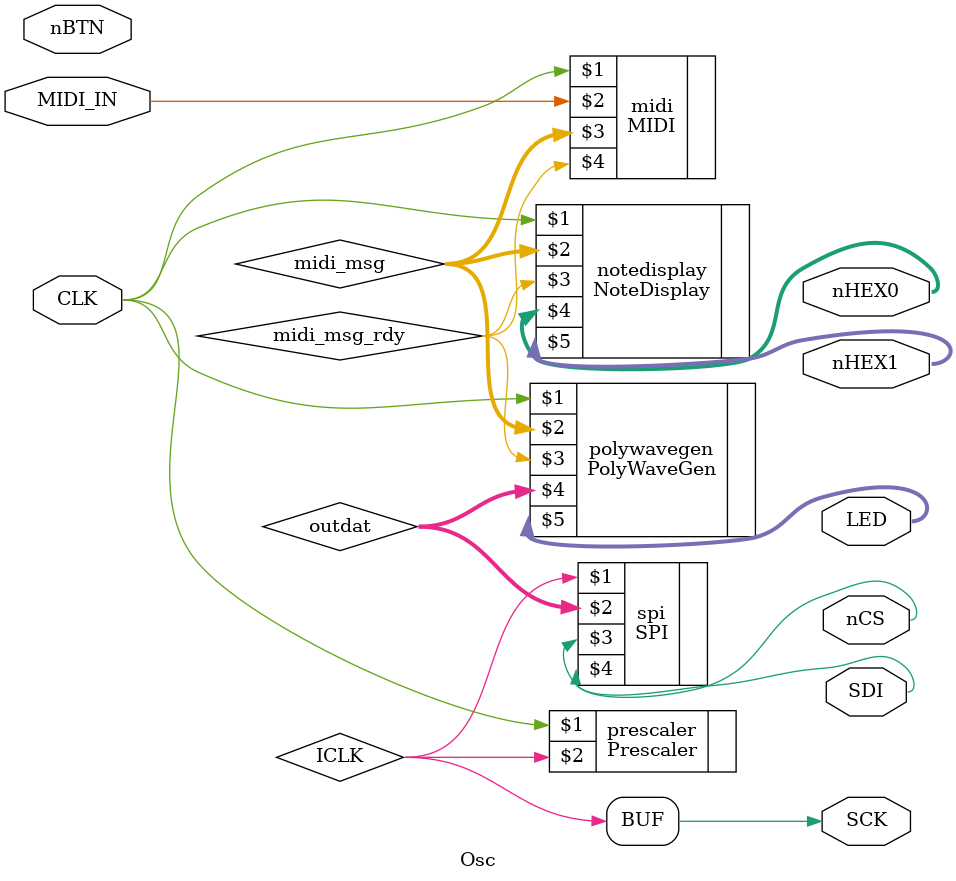
<source format=v>
module Osc(
	input CLK,
	input nBTN,
	input MIDI_IN,
	output nCS,
	output SCK,
	output SDI,
	output [7:0] nHEX0,
	output [7:0] nHEX1,
	output [9:0] LED
);

// Clock Prescaler
wire ICLK;
Prescaler prescaler(CLK, ICLK);

// SPI for DAC
wire [11:0] outdat;
SPI spi(ICLK, outdat, nCS, SDI);
assign SCK = ICLK;

// MIDI decode
wire [23:0] midi_msg;
wire midi_msg_rdy;
MIDI midi(CLK, MIDI_IN, midi_msg, midi_msg_rdy); 

// Generates 8 polyphonic waves
PolyWaveGen polywavegen(CLK, midi_msg, midi_msg_rdy, outdat, LED);

// display MIDI note on LED
NoteDisplay notedisplay(CLK, midi_msg, midi_msg_rdy, nHEX0, nHEX1);

endmodule

</source>
